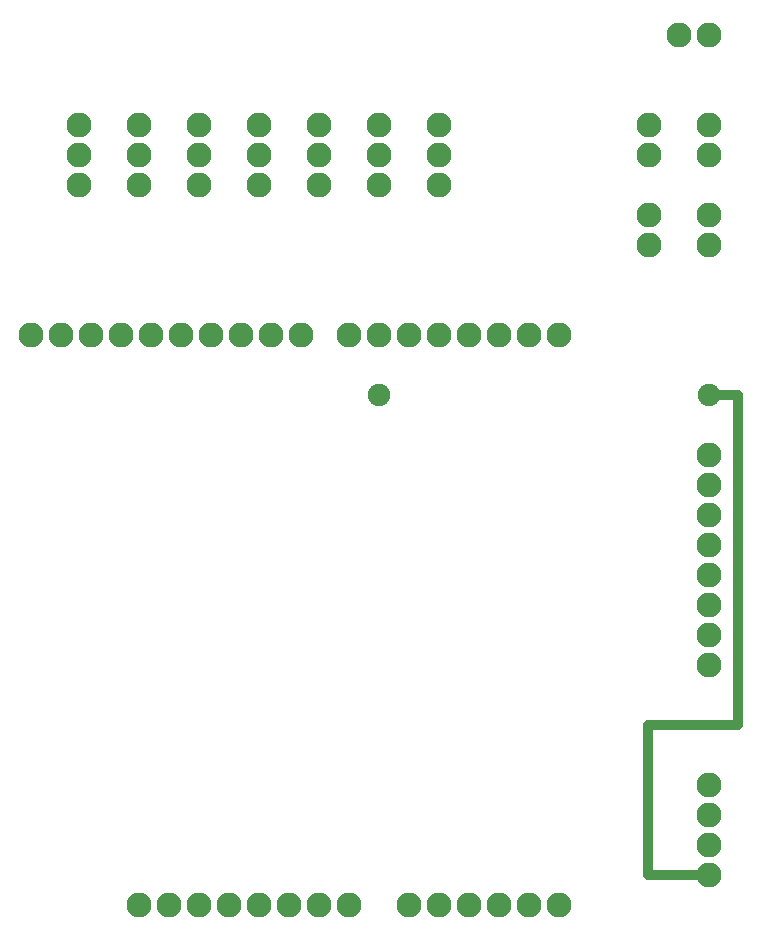
<source format=gtl>
G04 MADE WITH FRITZING*
G04 WWW.FRITZING.ORG*
G04 DOUBLE SIDED*
G04 HOLES PLATED*
G04 CONTOUR ON CENTER OF CONTOUR VECTOR*
%ASAXBY*%
%FSLAX23Y23*%
%MOIN*%
%OFA0B0*%
%SFA1.0B1.0*%
%ADD10C,0.083307*%
%ADD11C,0.075000*%
%ADD12C,0.032000*%
%LNCOPPER1*%
G90*
G70*
G54D10*
X2422Y767D03*
X2422Y667D03*
X2422Y567D03*
X2422Y467D03*
X2422Y2867D03*
X2422Y2967D03*
X2222Y2867D03*
X2222Y2967D03*
X2422Y2667D03*
X2422Y2567D03*
X2222Y2667D03*
X2222Y2567D03*
X2322Y3267D03*
X2422Y3267D03*
X2422Y1867D03*
X2422Y1767D03*
X2422Y1667D03*
X2422Y1567D03*
X2422Y1467D03*
X2422Y1367D03*
X2422Y1267D03*
X2422Y1167D03*
G54D11*
X1322Y2067D03*
X2422Y2067D03*
G54D10*
X161Y2267D03*
X261Y2267D03*
X361Y2267D03*
X461Y2267D03*
X561Y2267D03*
X661Y2267D03*
X761Y2267D03*
X861Y2267D03*
X961Y2267D03*
X1061Y2267D03*
X1222Y2267D03*
X1322Y2267D03*
X1422Y2267D03*
X1522Y2267D03*
X1622Y2267D03*
X1722Y2267D03*
X1822Y2267D03*
X1922Y2267D03*
X522Y367D03*
X622Y367D03*
X722Y367D03*
X822Y367D03*
X922Y367D03*
X1022Y367D03*
X1122Y367D03*
X1222Y367D03*
X1422Y367D03*
X1522Y367D03*
X1622Y367D03*
X1722Y367D03*
X1822Y367D03*
X1922Y367D03*
X1522Y2967D03*
X1522Y2867D03*
X1522Y2767D03*
X722Y2967D03*
X722Y2867D03*
X722Y2767D03*
X522Y2967D03*
X522Y2867D03*
X522Y2767D03*
X322Y2967D03*
X322Y2867D03*
X322Y2767D03*
X1122Y2967D03*
X1122Y2867D03*
X1122Y2767D03*
X922Y2967D03*
X922Y2867D03*
X922Y2767D03*
X1322Y2967D03*
X1322Y2867D03*
X1322Y2767D03*
G54D12*
X2220Y968D02*
X2220Y469D01*
D02*
X2220Y469D02*
X2389Y467D01*
D02*
X2520Y968D02*
X2220Y968D01*
D02*
X2450Y2067D02*
X2520Y2067D01*
D02*
X2520Y2067D02*
X2520Y968D01*
G04 End of Copper1*
M02*
</source>
